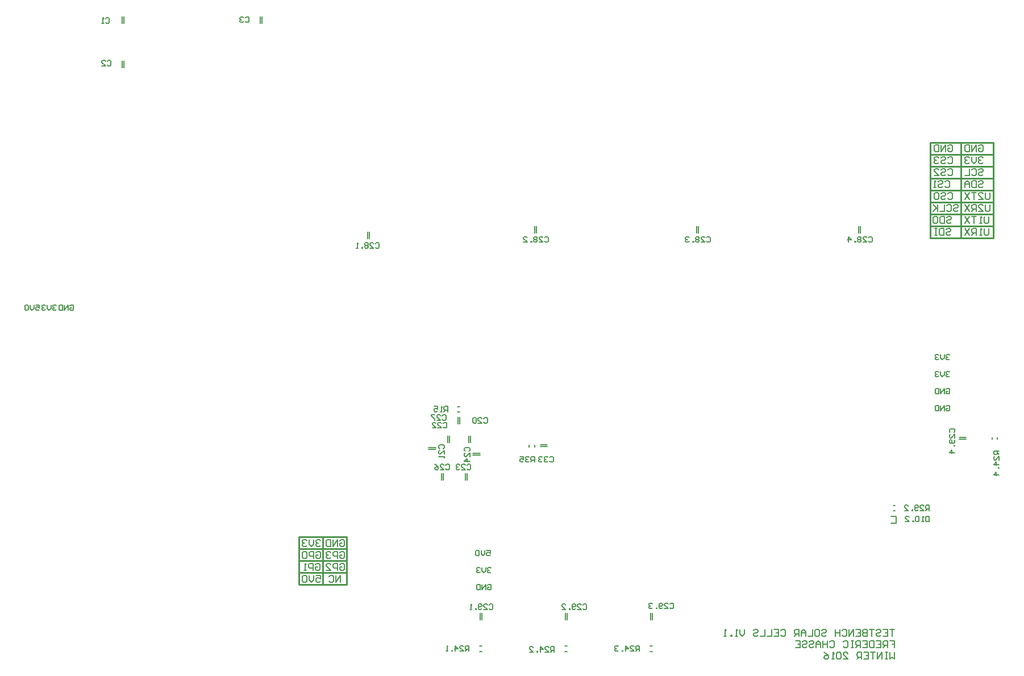
<source format=gbo>
G04 Layer_Color=32896*
%FSLAX23Y23*%
%MOIN*%
G70*
G01*
G75*
%ADD31C,0.010*%
%ADD32C,0.008*%
%ADD79C,0.005*%
%ADD80C,0.008*%
D31*
X1864Y515D02*
X2144D01*
X1870Y585D02*
X2140D01*
X1865Y655D02*
X2135D01*
X1870Y725D02*
X2140D01*
X1864Y795D02*
X2144D01*
X1864Y515D02*
Y795D01*
X2004Y515D02*
Y795D01*
X2144Y515D02*
Y795D01*
X5565Y2550D02*
X5935D01*
X5565Y2620D02*
X5935D01*
X5565Y2690D02*
X5935D01*
X5565Y2760D02*
X5935D01*
X5565Y2830D02*
X5935D01*
X5565Y2900D02*
X5935D01*
X5565Y2970D02*
X5935D01*
X5565Y3040D02*
X5935D01*
X5565Y3110D02*
X5935D01*
Y2550D02*
Y3110D01*
X5565Y2550D02*
Y3110D01*
X5745Y2550D02*
Y3110D01*
D32*
X5357Y252D02*
X5330D01*
X5344D01*
Y212D01*
X5290Y252D02*
X5317D01*
Y212D01*
X5290D01*
X5317Y232D02*
X5304D01*
X5250Y246D02*
X5257Y252D01*
X5270D01*
X5277Y246D01*
Y239D01*
X5270Y232D01*
X5257D01*
X5250Y226D01*
Y219D01*
X5257Y212D01*
X5270D01*
X5277Y219D01*
X5237Y252D02*
X5210D01*
X5224D01*
Y212D01*
X5197Y252D02*
Y212D01*
X5177D01*
X5170Y219D01*
Y226D01*
X5177Y232D01*
X5197D01*
X5177D01*
X5170Y239D01*
Y246D01*
X5177Y252D01*
X5197D01*
X5130D02*
X5157D01*
Y212D01*
X5130D01*
X5157Y232D02*
X5144D01*
X5117Y212D02*
Y252D01*
X5090Y212D01*
Y252D01*
X5050Y246D02*
X5057Y252D01*
X5070D01*
X5077Y246D01*
Y219D01*
X5070Y212D01*
X5057D01*
X5050Y219D01*
X5037Y252D02*
Y212D01*
Y232D01*
X5010D01*
Y252D01*
Y212D01*
X4930Y246D02*
X4937Y252D01*
X4950D01*
X4957Y246D01*
Y239D01*
X4950Y232D01*
X4937D01*
X4930Y226D01*
Y219D01*
X4937Y212D01*
X4950D01*
X4957Y219D01*
X4897Y252D02*
X4910D01*
X4917Y246D01*
Y219D01*
X4910Y212D01*
X4897D01*
X4890Y219D01*
Y246D01*
X4897Y252D01*
X4877D02*
Y212D01*
X4850D01*
X4837D02*
Y239D01*
X4824Y252D01*
X4811Y239D01*
Y212D01*
Y232D01*
X4837D01*
X4797Y212D02*
Y252D01*
X4777D01*
X4771Y246D01*
Y232D01*
X4777Y226D01*
X4797D01*
X4784D02*
X4771Y212D01*
X4691Y246D02*
X4697Y252D01*
X4711D01*
X4717Y246D01*
Y219D01*
X4711Y212D01*
X4697D01*
X4691Y219D01*
X4651Y252D02*
X4677D01*
Y212D01*
X4651D01*
X4677Y232D02*
X4664D01*
X4637Y252D02*
Y212D01*
X4611D01*
X4597Y252D02*
Y212D01*
X4571D01*
X4531Y246D02*
X4537Y252D01*
X4551D01*
X4557Y246D01*
Y239D01*
X4551Y232D01*
X4537D01*
X4531Y226D01*
Y219D01*
X4537Y212D01*
X4551D01*
X4557Y219D01*
X4477Y252D02*
Y226D01*
X4464Y212D01*
X4451Y226D01*
Y252D01*
X4437Y212D02*
X4424D01*
X4431D01*
Y252D01*
X4437Y246D01*
X4404Y212D02*
Y219D01*
X4397D01*
Y212D01*
X4404D01*
X4371D02*
X4357D01*
X4364D01*
Y252D01*
X4371Y246D01*
X5330Y185D02*
X5357D01*
Y165D01*
X5344D01*
X5357D01*
Y145D01*
X5317D02*
Y185D01*
X5297D01*
X5290Y179D01*
Y165D01*
X5297Y159D01*
X5317D01*
X5304D02*
X5290Y145D01*
X5250Y185D02*
X5277D01*
Y145D01*
X5250D01*
X5277Y165D02*
X5264D01*
X5237Y185D02*
Y145D01*
X5217D01*
X5210Y152D01*
Y179D01*
X5217Y185D01*
X5237D01*
X5170D02*
X5197D01*
Y145D01*
X5170D01*
X5197Y165D02*
X5184D01*
X5157Y145D02*
Y185D01*
X5137D01*
X5130Y179D01*
Y165D01*
X5137Y159D01*
X5157D01*
X5144D02*
X5130Y145D01*
X5117Y185D02*
X5104D01*
X5110D01*
Y145D01*
X5117D01*
X5104D01*
X5057Y179D02*
X5064Y185D01*
X5077D01*
X5084Y179D01*
Y152D01*
X5077Y145D01*
X5064D01*
X5057Y152D01*
X4977Y179D02*
X4984Y185D01*
X4997D01*
X5004Y179D01*
Y152D01*
X4997Y145D01*
X4984D01*
X4977Y152D01*
X4964Y185D02*
Y145D01*
Y165D01*
X4937D01*
Y185D01*
Y145D01*
X4924D02*
Y172D01*
X4910Y185D01*
X4897Y172D01*
Y145D01*
Y165D01*
X4924D01*
X4857Y179D02*
X4864Y185D01*
X4877D01*
X4884Y179D01*
Y172D01*
X4877Y165D01*
X4864D01*
X4857Y159D01*
Y152D01*
X4864Y145D01*
X4877D01*
X4884Y152D01*
X4817Y179D02*
X4824Y185D01*
X4837D01*
X4844Y179D01*
Y172D01*
X4837Y165D01*
X4824D01*
X4817Y159D01*
Y152D01*
X4824Y145D01*
X4837D01*
X4844Y152D01*
X4777Y185D02*
X4804D01*
Y145D01*
X4777D01*
X4804Y165D02*
X4791D01*
X5357Y118D02*
Y78D01*
X5344Y91D01*
X5330Y78D01*
Y118D01*
X5317D02*
X5304D01*
X5310D01*
Y78D01*
X5317D01*
X5304D01*
X5284D02*
Y118D01*
X5257Y78D01*
Y118D01*
X5244D02*
X5217D01*
X5230D01*
Y78D01*
X5177Y118D02*
X5204D01*
Y78D01*
X5177D01*
X5204Y98D02*
X5190D01*
X5164Y78D02*
Y118D01*
X5144D01*
X5137Y111D01*
Y98D01*
X5144Y91D01*
X5164D01*
X5150D02*
X5137Y78D01*
X5057D02*
X5084D01*
X5057Y105D01*
Y111D01*
X5064Y118D01*
X5077D01*
X5084Y111D01*
X5044D02*
X5037Y118D01*
X5024D01*
X5017Y111D01*
Y85D01*
X5024Y78D01*
X5037D01*
X5044Y85D01*
Y111D01*
X5004Y78D02*
X4990D01*
X4997D01*
Y118D01*
X5004Y111D01*
X4944Y118D02*
X4957Y111D01*
X4970Y98D01*
Y85D01*
X4964Y78D01*
X4950D01*
X4944Y85D01*
Y91D01*
X4950Y98D01*
X4970D01*
X2105Y530D02*
Y570D01*
X2078Y530D01*
Y570D01*
X2038Y563D02*
X2045Y570D01*
X2058D01*
X2065Y563D01*
Y537D01*
X2058Y530D01*
X2045D01*
X2038Y537D01*
X1963Y570D02*
X1990D01*
Y550D01*
X1977Y557D01*
X1970D01*
X1963Y550D01*
Y537D01*
X1970Y530D01*
X1983D01*
X1990Y537D01*
X1950Y570D02*
Y543D01*
X1937Y530D01*
X1923Y543D01*
Y570D01*
X1910Y563D02*
X1903Y570D01*
X1890D01*
X1883Y563D01*
Y537D01*
X1890Y530D01*
X1903D01*
X1910Y537D01*
Y563D01*
X1963Y703D02*
X1970Y710D01*
X1983D01*
X1990Y703D01*
Y677D01*
X1983Y670D01*
X1970D01*
X1963Y677D01*
Y690D01*
X1977D01*
X1950Y670D02*
Y710D01*
X1930D01*
X1923Y703D01*
Y690D01*
X1930Y683D01*
X1950D01*
X1910Y703D02*
X1903Y710D01*
X1890D01*
X1883Y703D01*
Y677D01*
X1890Y670D01*
X1903D01*
X1910Y677D01*
Y703D01*
X1958Y633D02*
X1965Y640D01*
X1978D01*
X1985Y633D01*
Y607D01*
X1978Y600D01*
X1965D01*
X1958Y607D01*
Y620D01*
X1972D01*
X1945Y600D02*
Y640D01*
X1925D01*
X1918Y633D01*
Y620D01*
X1925Y613D01*
X1945D01*
X1905Y600D02*
X1892D01*
X1898D01*
Y640D01*
X1905Y633D01*
X2103D02*
X2110Y640D01*
X2123D01*
X2130Y633D01*
Y607D01*
X2123Y600D01*
X2110D01*
X2103Y607D01*
Y620D01*
X2117D01*
X2090Y600D02*
Y640D01*
X2070D01*
X2063Y633D01*
Y620D01*
X2070Y613D01*
X2090D01*
X2023Y600D02*
X2050D01*
X2023Y627D01*
Y633D01*
X2030Y640D01*
X2043D01*
X2050Y633D01*
X2103Y703D02*
X2110Y710D01*
X2123D01*
X2130Y703D01*
Y677D01*
X2123Y670D01*
X2110D01*
X2103Y677D01*
Y690D01*
X2117D01*
X2090Y670D02*
Y710D01*
X2070D01*
X2063Y703D01*
Y690D01*
X2070Y683D01*
X2090D01*
X2050Y703D02*
X2043Y710D01*
X2030D01*
X2023Y703D01*
Y697D01*
X2030Y690D01*
X2037D01*
X2030D01*
X2023Y683D01*
Y677D01*
X2030Y670D01*
X2043D01*
X2050Y677D01*
X1990Y773D02*
X1983Y780D01*
X1970D01*
X1963Y773D01*
Y767D01*
X1970Y760D01*
X1977D01*
X1970D01*
X1963Y753D01*
Y747D01*
X1970Y740D01*
X1983D01*
X1990Y747D01*
X1950Y780D02*
Y753D01*
X1937Y740D01*
X1923Y753D01*
Y780D01*
X1910Y773D02*
X1903Y780D01*
X1890D01*
X1883Y773D01*
Y767D01*
X1890Y760D01*
X1897D01*
X1890D01*
X1883Y753D01*
Y747D01*
X1890Y740D01*
X1903D01*
X1910Y747D01*
X2103Y773D02*
X2110Y780D01*
X2123D01*
X2130Y773D01*
Y747D01*
X2123Y740D01*
X2110D01*
X2103Y747D01*
Y760D01*
X2117D01*
X2090Y740D02*
Y780D01*
X2063Y740D01*
Y780D01*
X2050D02*
Y740D01*
X2030D01*
X2023Y747D01*
Y773D01*
X2030Y780D01*
X2050D01*
X5658Y2598D02*
X5665Y2605D01*
X5678D01*
X5685Y2598D01*
Y2592D01*
X5678Y2585D01*
X5665D01*
X5658Y2578D01*
Y2572D01*
X5665Y2565D01*
X5678D01*
X5685Y2572D01*
X5645Y2605D02*
Y2565D01*
X5625D01*
X5618Y2572D01*
Y2598D01*
X5625Y2605D01*
X5645D01*
X5605D02*
X5592D01*
X5598D01*
Y2565D01*
X5605D01*
X5592D01*
X5663Y2668D02*
X5670Y2675D01*
X5683D01*
X5690Y2668D01*
Y2662D01*
X5683Y2655D01*
X5670D01*
X5663Y2648D01*
Y2642D01*
X5670Y2635D01*
X5683D01*
X5690Y2642D01*
X5650Y2675D02*
Y2635D01*
X5630D01*
X5623Y2642D01*
Y2668D01*
X5630Y2675D01*
X5650D01*
X5590D02*
X5603D01*
X5610Y2668D01*
Y2642D01*
X5603Y2635D01*
X5590D01*
X5583Y2642D01*
Y2668D01*
X5590Y2675D01*
X5703Y2738D02*
X5710Y2745D01*
X5723D01*
X5730Y2738D01*
Y2732D01*
X5723Y2725D01*
X5710D01*
X5703Y2718D01*
Y2712D01*
X5710Y2705D01*
X5723D01*
X5730Y2712D01*
X5663Y2738D02*
X5670Y2745D01*
X5683D01*
X5690Y2738D01*
Y2712D01*
X5683Y2705D01*
X5670D01*
X5663Y2712D01*
X5650Y2745D02*
Y2705D01*
X5623D01*
X5610Y2745D02*
Y2705D01*
Y2718D01*
X5583Y2745D01*
X5603Y2725D01*
X5583Y2705D01*
X5910Y2675D02*
Y2642D01*
X5903Y2635D01*
X5890D01*
X5883Y2642D01*
Y2675D01*
X5870Y2635D02*
X5857D01*
X5863D01*
Y2675D01*
X5870Y2668D01*
X5837Y2675D02*
X5810D01*
X5823D01*
Y2635D01*
X5797Y2675D02*
X5770Y2635D01*
Y2675D02*
X5797Y2635D01*
X5910Y2605D02*
Y2572D01*
X5903Y2565D01*
X5890D01*
X5883Y2572D01*
Y2605D01*
X5870Y2565D02*
X5857D01*
X5863D01*
Y2605D01*
X5870Y2598D01*
X5837Y2565D02*
Y2605D01*
X5817D01*
X5810Y2598D01*
Y2585D01*
X5817Y2578D01*
X5837D01*
X5823D02*
X5810Y2565D01*
X5797Y2605D02*
X5770Y2565D01*
Y2605D02*
X5797Y2565D01*
X5915Y2745D02*
Y2712D01*
X5908Y2705D01*
X5895D01*
X5888Y2712D01*
Y2745D01*
X5848Y2705D02*
X5875D01*
X5848Y2732D01*
Y2738D01*
X5855Y2745D01*
X5868D01*
X5875Y2738D01*
X5835Y2705D02*
Y2745D01*
X5815D01*
X5808Y2738D01*
Y2725D01*
X5815Y2718D01*
X5835D01*
X5822D02*
X5808Y2705D01*
X5795Y2745D02*
X5768Y2705D01*
Y2745D02*
X5795Y2705D01*
X5915Y2815D02*
Y2782D01*
X5908Y2775D01*
X5895D01*
X5888Y2782D01*
Y2815D01*
X5848Y2775D02*
X5875D01*
X5848Y2802D01*
Y2808D01*
X5855Y2815D01*
X5868D01*
X5875Y2808D01*
X5835Y2815D02*
X5808D01*
X5822D01*
Y2775D01*
X5795Y2815D02*
X5768Y2775D01*
Y2815D02*
X5795Y2775D01*
X5848Y2878D02*
X5855Y2885D01*
X5868D01*
X5875Y2878D01*
Y2872D01*
X5868Y2865D01*
X5855D01*
X5848Y2858D01*
Y2852D01*
X5855Y2845D01*
X5868D01*
X5875Y2852D01*
X5835Y2885D02*
Y2845D01*
X5815D01*
X5808Y2852D01*
Y2878D01*
X5815Y2885D01*
X5835D01*
X5795Y2845D02*
Y2872D01*
X5782Y2885D01*
X5768Y2872D01*
Y2845D01*
Y2865D01*
X5795D01*
X5848Y2948D02*
X5855Y2955D01*
X5868D01*
X5875Y2948D01*
Y2942D01*
X5868Y2935D01*
X5855D01*
X5848Y2928D01*
Y2922D01*
X5855Y2915D01*
X5868D01*
X5875Y2922D01*
X5808Y2948D02*
X5815Y2955D01*
X5828D01*
X5835Y2948D01*
Y2922D01*
X5828Y2915D01*
X5815D01*
X5808Y2922D01*
X5795Y2955D02*
Y2915D01*
X5768D01*
X5668Y2808D02*
X5675Y2815D01*
X5688D01*
X5695Y2808D01*
Y2782D01*
X5688Y2775D01*
X5675D01*
X5668Y2782D01*
X5628Y2808D02*
X5635Y2815D01*
X5648D01*
X5655Y2808D01*
Y2802D01*
X5648Y2795D01*
X5635D01*
X5628Y2788D01*
Y2782D01*
X5635Y2775D01*
X5648D01*
X5655Y2782D01*
X5615Y2808D02*
X5608Y2815D01*
X5595D01*
X5588Y2808D01*
Y2782D01*
X5595Y2775D01*
X5608D01*
X5615Y2782D01*
Y2808D01*
X5653Y2878D02*
X5660Y2885D01*
X5673D01*
X5680Y2878D01*
Y2852D01*
X5673Y2845D01*
X5660D01*
X5653Y2852D01*
X5613Y2878D02*
X5620Y2885D01*
X5633D01*
X5640Y2878D01*
Y2872D01*
X5633Y2865D01*
X5620D01*
X5613Y2858D01*
Y2852D01*
X5620Y2845D01*
X5633D01*
X5640Y2852D01*
X5600Y2845D02*
X5587D01*
X5593D01*
Y2885D01*
X5600Y2878D01*
X5668Y2948D02*
X5675Y2955D01*
X5688D01*
X5695Y2948D01*
Y2922D01*
X5688Y2915D01*
X5675D01*
X5668Y2922D01*
X5628Y2948D02*
X5635Y2955D01*
X5648D01*
X5655Y2948D01*
Y2942D01*
X5648Y2935D01*
X5635D01*
X5628Y2928D01*
Y2922D01*
X5635Y2915D01*
X5648D01*
X5655Y2922D01*
X5588Y2915D02*
X5615D01*
X5588Y2942D01*
Y2948D01*
X5595Y2955D01*
X5608D01*
X5615Y2948D01*
X5668Y3018D02*
X5675Y3025D01*
X5688D01*
X5695Y3018D01*
Y2992D01*
X5688Y2985D01*
X5675D01*
X5668Y2992D01*
X5628Y3018D02*
X5635Y3025D01*
X5648D01*
X5655Y3018D01*
Y3012D01*
X5648Y3005D01*
X5635D01*
X5628Y2998D01*
Y2992D01*
X5635Y2985D01*
X5648D01*
X5655Y2992D01*
X5615Y3018D02*
X5608Y3025D01*
X5595D01*
X5588Y3018D01*
Y3012D01*
X5595Y3005D01*
X5602D01*
X5595D01*
X5588Y2998D01*
Y2992D01*
X5595Y2985D01*
X5608D01*
X5615Y2992D01*
X5875Y3018D02*
X5868Y3025D01*
X5855D01*
X5848Y3018D01*
Y3012D01*
X5855Y3005D01*
X5862D01*
X5855D01*
X5848Y2998D01*
Y2992D01*
X5855Y2985D01*
X5868D01*
X5875Y2992D01*
X5835Y3025D02*
Y2998D01*
X5822Y2985D01*
X5808Y2998D01*
Y3025D01*
X5795Y3018D02*
X5788Y3025D01*
X5775D01*
X5768Y3018D01*
Y3012D01*
X5775Y3005D01*
X5782D01*
X5775D01*
X5768Y2998D01*
Y2992D01*
X5775Y2985D01*
X5788D01*
X5795Y2992D01*
X5668Y3088D02*
X5675Y3095D01*
X5688D01*
X5695Y3088D01*
Y3062D01*
X5688Y3055D01*
X5675D01*
X5668Y3062D01*
Y3075D01*
X5682D01*
X5655Y3055D02*
Y3095D01*
X5628Y3055D01*
Y3095D01*
X5615D02*
Y3055D01*
X5595D01*
X5588Y3062D01*
Y3088D01*
X5595Y3095D01*
X5615D01*
X5848Y3088D02*
X5855Y3095D01*
X5868D01*
X5875Y3088D01*
Y3062D01*
X5868Y3055D01*
X5855D01*
X5848Y3062D01*
Y3075D01*
X5862D01*
X5835Y3055D02*
Y3095D01*
X5808Y3055D01*
Y3095D01*
X5795D02*
Y3055D01*
X5775D01*
X5768Y3062D01*
Y3088D01*
X5775Y3095D01*
X5795D01*
D79*
X3923Y156D02*
X3935D01*
X3923Y124D02*
X3935D01*
X3423Y156D02*
X3435D01*
X3423Y124D02*
X3435D01*
X2923Y156D02*
X2935D01*
X2923Y124D02*
X2935D01*
X3935Y309D02*
Y350D01*
X3925Y309D02*
Y350D01*
X3435Y309D02*
Y350D01*
X3425Y309D02*
Y350D01*
X2935Y309D02*
Y350D01*
X2925Y309D02*
Y350D01*
X5349Y949D02*
X5361D01*
X5349Y981D02*
X5361D01*
X5929Y1368D02*
Y1380D01*
X5961Y1368D02*
Y1380D01*
X2794Y1529D02*
X2806D01*
X2794Y1561D02*
X2806D01*
X5337Y875D02*
X5365D01*
X5337Y915D02*
X5365D01*
X5735Y1380D02*
X5776D01*
X5735Y1370D02*
X5776D01*
X2265Y2545D02*
Y2586D01*
X2275Y2545D02*
Y2586D01*
X3245Y2580D02*
Y2621D01*
X3255Y2580D02*
Y2621D01*
X4195Y2580D02*
Y2621D01*
X4205Y2580D02*
Y2621D01*
X5145Y2580D02*
Y2621D01*
X5155Y2580D02*
Y2621D01*
X2795Y1460D02*
Y1501D01*
X2805Y1460D02*
Y1501D01*
X2700Y1130D02*
Y1171D01*
X2710Y1130D02*
Y1171D01*
X2884Y1275D02*
X2925D01*
X2884Y1285D02*
X2925D01*
X2850Y1129D02*
Y1170D01*
X2840Y1129D02*
Y1170D01*
X2745Y1349D02*
Y1390D01*
X2735Y1349D02*
Y1390D01*
X2624Y1310D02*
X2665D01*
X2624Y1320D02*
X2665D01*
X2860Y1350D02*
Y1391D01*
X2870Y1350D02*
Y1391D01*
X835Y3810D02*
Y3851D01*
X825Y3810D02*
Y3851D01*
X835Y3550D02*
Y3591D01*
X825Y3550D02*
Y3591D01*
X1645Y3810D02*
Y3851D01*
X1635Y3810D02*
Y3851D01*
X3279Y1325D02*
X3320D01*
X3279Y1335D02*
X3320D01*
X3246Y1324D02*
Y1336D01*
X3214Y1324D02*
Y1336D01*
X3245Y1235D02*
Y1267D01*
X3229D01*
X3224Y1262D01*
Y1251D01*
X3229Y1246D01*
X3245D01*
X3234D02*
X3224Y1235D01*
X3213Y1262D02*
X3208Y1267D01*
X3197D01*
X3192Y1262D01*
Y1256D01*
X3197Y1251D01*
X3202D01*
X3197D01*
X3192Y1246D01*
Y1240D01*
X3197Y1235D01*
X3208D01*
X3213Y1240D01*
X3160Y1267D02*
X3181D01*
Y1251D01*
X3170Y1256D01*
X3165D01*
X3160Y1251D01*
Y1240D01*
X3165Y1235D01*
X3176D01*
X3181Y1240D01*
X3334Y1262D02*
X3339Y1267D01*
X3350D01*
X3355Y1262D01*
Y1240D01*
X3350Y1235D01*
X3339D01*
X3334Y1240D01*
X3323Y1262D02*
X3318Y1267D01*
X3307D01*
X3302Y1262D01*
Y1256D01*
X3307Y1251D01*
X3312D01*
X3307D01*
X3302Y1246D01*
Y1240D01*
X3307Y1235D01*
X3318D01*
X3323Y1240D01*
X3291Y1262D02*
X3286Y1267D01*
X3275D01*
X3270Y1262D01*
Y1256D01*
X3275Y1251D01*
X3280D01*
X3275D01*
X3270Y1246D01*
Y1240D01*
X3275Y1235D01*
X3286D01*
X3291Y1240D01*
X1549Y3842D02*
X1554Y3847D01*
X1565D01*
X1570Y3842D01*
Y3820D01*
X1565Y3815D01*
X1554D01*
X1549Y3820D01*
X1538Y3842D02*
X1533Y3847D01*
X1522D01*
X1517Y3842D01*
Y3836D01*
X1522Y3831D01*
X1527D01*
X1522D01*
X1517Y3826D01*
Y3820D01*
X1522Y3815D01*
X1533D01*
X1538Y3820D01*
X739Y3587D02*
X744Y3592D01*
X755D01*
X760Y3587D01*
Y3565D01*
X755Y3560D01*
X744D01*
X739Y3565D01*
X707Y3560D02*
X728D01*
X707Y3581D01*
Y3587D01*
X712Y3592D01*
X723D01*
X728Y3587D01*
X729Y3837D02*
X734Y3842D01*
X745D01*
X750Y3837D01*
Y3815D01*
X745Y3810D01*
X734D01*
X729Y3815D01*
X718Y3810D02*
X707D01*
X713D01*
Y3842D01*
X718Y3837D01*
X2946Y1489D02*
X2952Y1495D01*
X2962D01*
X2968Y1489D01*
Y1468D01*
X2962Y1463D01*
X2952D01*
X2946Y1468D01*
X2914Y1463D02*
X2936D01*
X2914Y1484D01*
Y1489D01*
X2920Y1495D01*
X2930D01*
X2936Y1489D01*
X2904D02*
X2898Y1495D01*
X2888D01*
X2882Y1489D01*
Y1468D01*
X2888Y1463D01*
X2898D01*
X2904Y1468D01*
Y1489D01*
X2688Y1314D02*
X2683Y1319D01*
Y1330D01*
X2688Y1335D01*
X2710D01*
X2715Y1330D01*
Y1319D01*
X2710Y1314D01*
X2715Y1282D02*
Y1303D01*
X2694Y1282D01*
X2688D01*
X2683Y1287D01*
Y1298D01*
X2688Y1303D01*
X2715Y1271D02*
Y1260D01*
Y1266D01*
X2683D01*
X2688Y1271D01*
X2709Y1462D02*
X2714Y1467D01*
X2725D01*
X2730Y1462D01*
Y1440D01*
X2725Y1435D01*
X2714D01*
X2709Y1440D01*
X2677Y1435D02*
X2698D01*
X2677Y1456D01*
Y1462D01*
X2682Y1467D01*
X2693D01*
X2698Y1462D01*
X2645Y1435D02*
X2666D01*
X2645Y1456D01*
Y1462D01*
X2650Y1467D01*
X2661D01*
X2666Y1462D01*
X2849Y1217D02*
X2854Y1222D01*
X2865D01*
X2870Y1217D01*
Y1195D01*
X2865Y1190D01*
X2854D01*
X2849Y1195D01*
X2817Y1190D02*
X2838D01*
X2817Y1211D01*
Y1217D01*
X2822Y1222D01*
X2833D01*
X2838Y1217D01*
X2806D02*
X2801Y1222D01*
X2790D01*
X2785Y1217D01*
Y1211D01*
X2790Y1206D01*
X2795D01*
X2790D01*
X2785Y1201D01*
Y1195D01*
X2790Y1190D01*
X2801D01*
X2806Y1195D01*
X2838Y1299D02*
X2833Y1304D01*
Y1315D01*
X2838Y1320D01*
X2860D01*
X2865Y1315D01*
Y1304D01*
X2860Y1299D01*
X2865Y1267D02*
Y1288D01*
X2844Y1267D01*
X2838D01*
X2833Y1272D01*
Y1283D01*
X2838Y1288D01*
X2865Y1240D02*
X2833D01*
X2849Y1256D01*
Y1235D01*
X2724Y1217D02*
X2729Y1222D01*
X2740D01*
X2745Y1217D01*
Y1195D01*
X2740Y1190D01*
X2729D01*
X2724Y1195D01*
X2692Y1190D02*
X2713D01*
X2692Y1211D01*
Y1217D01*
X2697Y1222D01*
X2708D01*
X2713Y1217D01*
X2660Y1222D02*
X2670Y1217D01*
X2681Y1206D01*
Y1195D01*
X2676Y1190D01*
X2665D01*
X2660Y1195D01*
Y1201D01*
X2665Y1206D01*
X2681D01*
X2704Y1507D02*
X2709Y1512D01*
X2720D01*
X2725Y1507D01*
Y1485D01*
X2720Y1480D01*
X2709D01*
X2704Y1485D01*
X2672Y1480D02*
X2693D01*
X2672Y1501D01*
Y1507D01*
X2677Y1512D01*
X2688D01*
X2693Y1507D01*
X2661Y1512D02*
X2640D01*
Y1507D01*
X2661Y1485D01*
Y1480D01*
X5204Y2552D02*
X5209Y2557D01*
X5220D01*
X5225Y2552D01*
Y2530D01*
X5220Y2525D01*
X5209D01*
X5204Y2530D01*
X5172Y2525D02*
X5193D01*
X5172Y2546D01*
Y2552D01*
X5177Y2557D01*
X5188D01*
X5193Y2552D01*
X5161D02*
X5156Y2557D01*
X5145D01*
X5140Y2552D01*
Y2546D01*
X5145Y2541D01*
X5140Y2536D01*
Y2530D01*
X5145Y2525D01*
X5156D01*
X5161Y2530D01*
Y2536D01*
X5156Y2541D01*
X5161Y2546D01*
Y2552D01*
X5156Y2541D02*
X5145D01*
X5129Y2525D02*
Y2530D01*
X5124D01*
Y2525D01*
X5129D01*
X5086D02*
Y2557D01*
X5102Y2541D01*
X5081D01*
X4254Y2552D02*
X4259Y2557D01*
X4270D01*
X4275Y2552D01*
Y2530D01*
X4270Y2525D01*
X4259D01*
X4254Y2530D01*
X4222Y2525D02*
X4243D01*
X4222Y2546D01*
Y2552D01*
X4227Y2557D01*
X4238D01*
X4243Y2552D01*
X4211D02*
X4206Y2557D01*
X4195D01*
X4190Y2552D01*
Y2546D01*
X4195Y2541D01*
X4190Y2536D01*
Y2530D01*
X4195Y2525D01*
X4206D01*
X4211Y2530D01*
Y2536D01*
X4206Y2541D01*
X4211Y2546D01*
Y2552D01*
X4206Y2541D02*
X4195D01*
X4179Y2525D02*
Y2530D01*
X4174D01*
Y2525D01*
X4179D01*
X4152Y2552D02*
X4147Y2557D01*
X4136D01*
X4131Y2552D01*
Y2546D01*
X4136Y2541D01*
X4142D01*
X4136D01*
X4131Y2536D01*
Y2530D01*
X4136Y2525D01*
X4147D01*
X4152Y2530D01*
X3304Y2552D02*
X3309Y2557D01*
X3320D01*
X3325Y2552D01*
Y2530D01*
X3320Y2525D01*
X3309D01*
X3304Y2530D01*
X3272Y2525D02*
X3293D01*
X3272Y2546D01*
Y2552D01*
X3277Y2557D01*
X3288D01*
X3293Y2552D01*
X3261D02*
X3256Y2557D01*
X3245D01*
X3240Y2552D01*
Y2546D01*
X3245Y2541D01*
X3240Y2536D01*
Y2530D01*
X3245Y2525D01*
X3256D01*
X3261Y2530D01*
Y2536D01*
X3256Y2541D01*
X3261Y2546D01*
Y2552D01*
X3256Y2541D02*
X3245D01*
X3229Y2525D02*
Y2530D01*
X3224D01*
Y2525D01*
X3229D01*
X3181D02*
X3202D01*
X3181Y2546D01*
Y2552D01*
X3186Y2557D01*
X3197D01*
X3202Y2552D01*
X2312Y2517D02*
X2317Y2522D01*
X2328D01*
X2333Y2517D01*
Y2495D01*
X2328Y2490D01*
X2317D01*
X2312Y2495D01*
X2280Y2490D02*
X2301D01*
X2280Y2511D01*
Y2517D01*
X2285Y2522D01*
X2296D01*
X2301Y2517D01*
X2269D02*
X2264Y2522D01*
X2253D01*
X2248Y2517D01*
Y2511D01*
X2253Y2506D01*
X2248Y2501D01*
Y2495D01*
X2253Y2490D01*
X2264D01*
X2269Y2495D01*
Y2501D01*
X2264Y2506D01*
X2269Y2511D01*
Y2517D01*
X2264Y2506D02*
X2253D01*
X2237Y2490D02*
Y2495D01*
X2232D01*
Y2490D01*
X2237D01*
X2211D02*
X2200D01*
X2205D01*
Y2522D01*
X2211Y2517D01*
X5683Y1409D02*
X5678Y1414D01*
Y1425D01*
X5683Y1430D01*
X5705D01*
X5710Y1425D01*
Y1414D01*
X5705Y1409D01*
X5710Y1377D02*
Y1398D01*
X5689Y1377D01*
X5683D01*
X5678Y1382D01*
Y1393D01*
X5683Y1398D01*
X5705Y1366D02*
X5710Y1361D01*
Y1350D01*
X5705Y1345D01*
X5683D01*
X5678Y1350D01*
Y1361D01*
X5683Y1366D01*
X5689D01*
X5694Y1361D01*
Y1345D01*
X5710Y1334D02*
X5705D01*
Y1329D01*
X5710D01*
Y1334D01*
Y1291D02*
X5678D01*
X5694Y1307D01*
Y1286D01*
X5560Y917D02*
Y885D01*
X5544D01*
X5539Y890D01*
Y912D01*
X5544Y917D01*
X5560D01*
X5528Y885D02*
X5517D01*
X5523D01*
Y917D01*
X5528Y912D01*
X5501D02*
X5496Y917D01*
X5485D01*
X5480Y912D01*
Y890D01*
X5485Y885D01*
X5496D01*
X5501Y890D01*
Y912D01*
X5469Y885D02*
Y890D01*
X5464D01*
Y885D01*
X5469D01*
X5421D02*
X5443D01*
X5421Y906D01*
Y912D01*
X5427Y917D01*
X5437D01*
X5443Y912D01*
X2735Y1530D02*
Y1562D01*
X2719D01*
X2714Y1557D01*
Y1546D01*
X2719Y1541D01*
X2735D01*
X2724D02*
X2714Y1530D01*
X2703D02*
X2692D01*
X2698D01*
Y1562D01*
X2703Y1557D01*
X2655Y1562D02*
X2676D01*
Y1546D01*
X2666Y1551D01*
X2660D01*
X2655Y1546D01*
Y1535D01*
X2660Y1530D01*
X2671D01*
X2676Y1535D01*
X5970Y1300D02*
X5938D01*
Y1284D01*
X5943Y1279D01*
X5954D01*
X5959Y1284D01*
Y1300D01*
Y1289D02*
X5970Y1279D01*
Y1247D02*
Y1268D01*
X5949Y1247D01*
X5943D01*
X5938Y1252D01*
Y1263D01*
X5943Y1268D01*
X5970Y1220D02*
X5938D01*
X5954Y1236D01*
Y1215D01*
X5970Y1204D02*
X5965D01*
Y1199D01*
X5970D01*
Y1204D01*
Y1161D02*
X5938D01*
X5954Y1177D01*
Y1156D01*
X5560Y950D02*
Y982D01*
X5544D01*
X5539Y977D01*
Y966D01*
X5544Y961D01*
X5560D01*
X5549D02*
X5539Y950D01*
X5507D02*
X5528D01*
X5507Y971D01*
Y977D01*
X5512Y982D01*
X5523D01*
X5528Y977D01*
X5496Y955D02*
X5491Y950D01*
X5480D01*
X5475Y955D01*
Y977D01*
X5480Y982D01*
X5491D01*
X5496Y977D01*
Y971D01*
X5491Y966D01*
X5475D01*
X5464Y950D02*
Y955D01*
X5459D01*
Y950D01*
X5464D01*
X5416D02*
X5437D01*
X5416Y971D01*
Y977D01*
X5421Y982D01*
X5432D01*
X5437Y977D01*
X2979Y397D02*
X2984Y402D01*
X2995D01*
X3000Y397D01*
Y375D01*
X2995Y370D01*
X2984D01*
X2979Y375D01*
X2947Y370D02*
X2968D01*
X2947Y391D01*
Y397D01*
X2952Y402D01*
X2963D01*
X2968Y397D01*
X2936Y375D02*
X2931Y370D01*
X2920D01*
X2915Y375D01*
Y397D01*
X2920Y402D01*
X2931D01*
X2936Y397D01*
Y391D01*
X2931Y386D01*
X2915D01*
X2904Y370D02*
Y375D01*
X2899D01*
Y370D01*
X2904D01*
X2877D02*
X2867D01*
X2872D01*
Y402D01*
X2877Y397D01*
X3529D02*
X3534Y402D01*
X3545D01*
X3550Y397D01*
Y375D01*
X3545Y370D01*
X3534D01*
X3529Y375D01*
X3497Y370D02*
X3518D01*
X3497Y391D01*
Y397D01*
X3502Y402D01*
X3513D01*
X3518Y397D01*
X3486Y375D02*
X3481Y370D01*
X3470D01*
X3465Y375D01*
Y397D01*
X3470Y402D01*
X3481D01*
X3486Y397D01*
Y391D01*
X3481Y386D01*
X3465D01*
X3454Y370D02*
Y375D01*
X3449D01*
Y370D01*
X3454D01*
X3406D02*
X3427D01*
X3406Y391D01*
Y397D01*
X3411Y402D01*
X3422D01*
X3427Y397D01*
X4039Y402D02*
X4044Y407D01*
X4055D01*
X4060Y402D01*
Y380D01*
X4055Y375D01*
X4044D01*
X4039Y380D01*
X4007Y375D02*
X4028D01*
X4007Y396D01*
Y402D01*
X4012Y407D01*
X4023D01*
X4028Y402D01*
X3996Y380D02*
X3991Y375D01*
X3980D01*
X3975Y380D01*
Y402D01*
X3980Y407D01*
X3991D01*
X3996Y402D01*
Y396D01*
X3991Y391D01*
X3975D01*
X3964Y375D02*
Y380D01*
X3959D01*
Y375D01*
X3964D01*
X3937Y402D02*
X3932Y407D01*
X3921D01*
X3916Y402D01*
Y396D01*
X3921Y391D01*
X3927D01*
X3921D01*
X3916Y386D01*
Y380D01*
X3921Y375D01*
X3932D01*
X3937Y380D01*
X2860Y125D02*
Y157D01*
X2844D01*
X2839Y152D01*
Y141D01*
X2844Y136D01*
X2860D01*
X2849D02*
X2839Y125D01*
X2807D02*
X2828D01*
X2807Y146D01*
Y152D01*
X2812Y157D01*
X2823D01*
X2828Y152D01*
X2780Y125D02*
Y157D01*
X2796Y141D01*
X2775D01*
X2764Y125D02*
Y130D01*
X2759D01*
Y125D01*
X2764D01*
X2737D02*
X2727D01*
X2732D01*
Y157D01*
X2737Y152D01*
X3360Y120D02*
Y152D01*
X3344D01*
X3339Y147D01*
Y136D01*
X3344Y131D01*
X3360D01*
X3349D02*
X3339Y120D01*
X3307D02*
X3328D01*
X3307Y141D01*
Y147D01*
X3312Y152D01*
X3323D01*
X3328Y147D01*
X3280Y120D02*
Y152D01*
X3296Y136D01*
X3275D01*
X3264Y120D02*
Y125D01*
X3259D01*
Y120D01*
X3264D01*
X3216D02*
X3237D01*
X3216Y141D01*
Y147D01*
X3221Y152D01*
X3232D01*
X3237Y147D01*
X3860Y125D02*
Y157D01*
X3844D01*
X3839Y152D01*
Y141D01*
X3844Y136D01*
X3860D01*
X3849D02*
X3839Y125D01*
X3807D02*
X3828D01*
X3807Y146D01*
Y152D01*
X3812Y157D01*
X3823D01*
X3828Y152D01*
X3780Y125D02*
Y157D01*
X3796Y141D01*
X3775D01*
X3764Y125D02*
Y130D01*
X3759D01*
Y125D01*
X3764D01*
X3737Y152D02*
X3732Y157D01*
X3721D01*
X3716Y152D01*
Y146D01*
X3721Y141D01*
X3727D01*
X3721D01*
X3716Y136D01*
Y130D01*
X3721Y125D01*
X3732D01*
X3737Y130D01*
X519Y2152D02*
X524Y2157D01*
X535D01*
X540Y2152D01*
Y2130D01*
X535Y2125D01*
X524D01*
X519Y2130D01*
Y2141D01*
X529D01*
X508Y2125D02*
Y2157D01*
X487Y2125D01*
Y2157D01*
X476D02*
Y2125D01*
X460D01*
X455Y2130D01*
Y2152D01*
X460Y2157D01*
X476D01*
X440Y2152D02*
X435Y2157D01*
X424D01*
X419Y2152D01*
Y2146D01*
X424Y2141D01*
X429D01*
X424D01*
X419Y2136D01*
Y2130D01*
X424Y2125D01*
X435D01*
X440Y2130D01*
X408Y2157D02*
Y2136D01*
X397Y2125D01*
X387Y2136D01*
Y2157D01*
X376Y2152D02*
X371Y2157D01*
X360D01*
X355Y2152D01*
Y2146D01*
X360Y2141D01*
X365D01*
X360D01*
X355Y2136D01*
Y2130D01*
X360Y2125D01*
X371D01*
X376Y2130D01*
X319Y2157D02*
X340D01*
Y2141D01*
X329Y2146D01*
X324D01*
X319Y2141D01*
Y2130D01*
X324Y2125D01*
X335D01*
X340Y2130D01*
X308Y2157D02*
Y2136D01*
X297Y2125D01*
X287Y2136D01*
Y2157D01*
X276Y2152D02*
X271Y2157D01*
X260D01*
X255Y2152D01*
Y2130D01*
X260Y2125D01*
X271D01*
X276Y2130D01*
Y2152D01*
X2990Y612D02*
X2985Y617D01*
X2974D01*
X2969Y612D01*
Y606D01*
X2974Y601D01*
X2979D01*
X2974D01*
X2969Y596D01*
Y590D01*
X2974Y585D01*
X2985D01*
X2990Y590D01*
X2958Y617D02*
Y596D01*
X2947Y585D01*
X2937Y596D01*
Y617D01*
X2926Y612D02*
X2921Y617D01*
X2910D01*
X2905Y612D01*
Y606D01*
X2910Y601D01*
X2915D01*
X2910D01*
X2905Y596D01*
Y590D01*
X2910Y585D01*
X2921D01*
X2926Y590D01*
X2969Y512D02*
X2974Y517D01*
X2985D01*
X2990Y512D01*
Y490D01*
X2985Y485D01*
X2974D01*
X2969Y490D01*
Y501D01*
X2979D01*
X2958Y485D02*
Y517D01*
X2937Y485D01*
Y517D01*
X2926D02*
Y485D01*
X2910D01*
X2905Y490D01*
Y512D01*
X2910Y517D01*
X2926D01*
X5680Y1862D02*
X5675Y1867D01*
X5664D01*
X5659Y1862D01*
Y1856D01*
X5664Y1851D01*
X5669D01*
X5664D01*
X5659Y1846D01*
Y1840D01*
X5664Y1835D01*
X5675D01*
X5680Y1840D01*
X5648Y1867D02*
Y1846D01*
X5637Y1835D01*
X5627Y1846D01*
Y1867D01*
X5616Y1862D02*
X5611Y1867D01*
X5600D01*
X5595Y1862D01*
Y1856D01*
X5600Y1851D01*
X5605D01*
X5600D01*
X5595Y1846D01*
Y1840D01*
X5600Y1835D01*
X5611D01*
X5616Y1840D01*
X5680Y1762D02*
X5675Y1767D01*
X5664D01*
X5659Y1762D01*
Y1756D01*
X5664Y1751D01*
X5669D01*
X5664D01*
X5659Y1746D01*
Y1740D01*
X5664Y1735D01*
X5675D01*
X5680Y1740D01*
X5648Y1767D02*
Y1746D01*
X5637Y1735D01*
X5627Y1746D01*
Y1767D01*
X5616Y1762D02*
X5611Y1767D01*
X5600D01*
X5595Y1762D01*
Y1756D01*
X5600Y1751D01*
X5605D01*
X5600D01*
X5595Y1746D01*
Y1740D01*
X5600Y1735D01*
X5611D01*
X5616Y1740D01*
X5659Y1662D02*
X5664Y1667D01*
X5675D01*
X5680Y1662D01*
Y1640D01*
X5675Y1635D01*
X5664D01*
X5659Y1640D01*
Y1651D01*
X5669D01*
X5648Y1635D02*
Y1667D01*
X5627Y1635D01*
Y1667D01*
X5616D02*
Y1635D01*
X5600D01*
X5595Y1640D01*
Y1662D01*
X5600Y1667D01*
X5616D01*
X5659Y1562D02*
X5664Y1567D01*
X5675D01*
X5680Y1562D01*
Y1540D01*
X5675Y1535D01*
X5664D01*
X5659Y1540D01*
Y1551D01*
X5669D01*
X5648Y1535D02*
Y1567D01*
X5627Y1535D01*
Y1567D01*
X5616D02*
Y1535D01*
X5600D01*
X5595Y1540D01*
Y1562D01*
X5600Y1567D01*
X5616D01*
X2964Y717D02*
X2985D01*
Y701D01*
X2974Y706D01*
X2969D01*
X2964Y701D01*
Y690D01*
X2969Y685D01*
X2980D01*
X2985Y690D01*
X2953Y717D02*
Y696D01*
X2942Y685D01*
X2932Y696D01*
Y717D01*
X2921Y712D02*
X2916Y717D01*
X2905D01*
X2900Y712D01*
Y690D01*
X2905Y685D01*
X2916D01*
X2921Y690D01*
Y712D01*
D80*
X5365Y875D02*
Y915D01*
M02*

</source>
